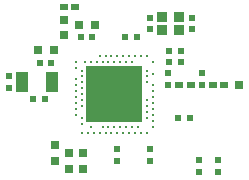
<source format=gtp>
G04*
G04 #@! TF.GenerationSoftware,Altium Limited,Altium Designer,19.0.15 (446)*
G04*
G04 Layer_Color=8421504*
%FSLAX24Y24*%
%MOIN*%
G70*
G01*
G75*
%ADD14R,0.0197X0.0236*%
%ADD15R,0.0374X0.0335*%
%ADD16R,0.0236X0.0197*%
%ADD17R,0.0256X0.0197*%
%ADD18R,0.0300X0.0300*%
%ADD19R,0.0315X0.0295*%
%ADD20R,0.0394X0.0709*%
%ADD21R,0.1909X0.1909*%
%ADD22C,0.0118*%
%ADD23R,0.0295X0.0315*%
D14*
X1174Y2557D02*
D03*
Y2164D02*
D03*
X2574Y2164D02*
D03*
Y2557D02*
D03*
X1792Y699D02*
D03*
Y305D02*
D03*
X2916Y717D02*
D03*
Y323D02*
D03*
X2826Y-2598D02*
D03*
Y-2205D02*
D03*
X3456Y-2205D02*
D03*
Y-2598D02*
D03*
X-3515Y610D02*
D03*
Y217D02*
D03*
X98Y-2215D02*
D03*
Y-1821D02*
D03*
X1191Y-2215D02*
D03*
Y-1821D02*
D03*
D15*
X2160Y2134D02*
D03*
Y2587D02*
D03*
X1589D02*
D03*
Y2134D02*
D03*
D16*
X2205Y1427D02*
D03*
X1811D02*
D03*
X364Y1900D02*
D03*
X758D02*
D03*
X2205Y1073D02*
D03*
X1811D02*
D03*
X2520Y-787D02*
D03*
X2126D02*
D03*
X-2708Y-167D02*
D03*
X-2314D02*
D03*
X-2490Y1033D02*
D03*
X-2096D02*
D03*
X-1127Y1900D02*
D03*
X-733D02*
D03*
D17*
X2539Y302D02*
D03*
X2165Y302D02*
D03*
X3667Y302D02*
D03*
X3293D02*
D03*
X-1299Y2904D02*
D03*
X-1673D02*
D03*
D18*
X4156Y300D02*
D03*
D19*
X-1673Y1959D02*
D03*
Y2490D02*
D03*
X-1033Y-1969D02*
D03*
Y-2500D02*
D03*
X-1496Y-1969D02*
D03*
Y-2500D02*
D03*
X-1963Y-1683D02*
D03*
Y-2215D02*
D03*
D20*
X-3062Y404D02*
D03*
X-2078D02*
D03*
D21*
X0Y0D02*
D03*
D22*
X1083Y-1280D02*
D03*
X886D02*
D03*
X689D02*
D03*
X492D02*
D03*
X295D02*
D03*
X98D02*
D03*
X-98D02*
D03*
X-295D02*
D03*
X-492D02*
D03*
X-689D02*
D03*
X-886D02*
D03*
X-1083D02*
D03*
X1280Y-1083D02*
D03*
X787D02*
D03*
X591D02*
D03*
X394D02*
D03*
X197D02*
D03*
X0D02*
D03*
X-197D02*
D03*
X-394D02*
D03*
X-787D02*
D03*
X-1083Y-984D02*
D03*
X1280Y-886D02*
D03*
X1083Y-787D02*
D03*
X-1083D02*
D03*
X1280Y-689D02*
D03*
X-1280D02*
D03*
X1083Y-591D02*
D03*
X1280Y-492D02*
D03*
X-1280D02*
D03*
X1083Y-394D02*
D03*
X-1083D02*
D03*
X1280Y-295D02*
D03*
X-1280D02*
D03*
X1083Y-197D02*
D03*
X-1083D02*
D03*
X1280Y-98D02*
D03*
X-1280D02*
D03*
X-1083Y0D02*
D03*
X1280Y98D02*
D03*
X-1280D02*
D03*
X-1083Y197D02*
D03*
X1280Y295D02*
D03*
X-1280D02*
D03*
X1083Y394D02*
D03*
X-1083D02*
D03*
X-1280Y492D02*
D03*
X1083Y591D02*
D03*
X-1083D02*
D03*
X1280Y689D02*
D03*
X-1083Y787D02*
D03*
X-1280Y886D02*
D03*
X1083Y787D02*
D03*
X1280Y1083D02*
D03*
X591D02*
D03*
X394D02*
D03*
X197D02*
D03*
X0D02*
D03*
X-197D02*
D03*
X-394D02*
D03*
X-591D02*
D03*
X-787D02*
D03*
X-984D02*
D03*
X-1280D02*
D03*
X1083Y1280D02*
D03*
X689D02*
D03*
X492D02*
D03*
X295D02*
D03*
X98D02*
D03*
X-98D02*
D03*
X-295D02*
D03*
X-492D02*
D03*
X886D02*
D03*
D23*
X-2018Y1467D02*
D03*
X-2549D02*
D03*
X-1191Y2309D02*
D03*
X-659D02*
D03*
M02*

</source>
